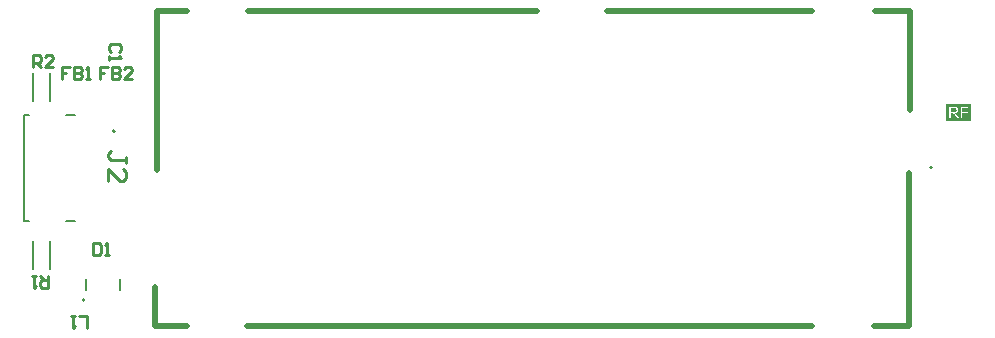
<source format=gto>
G04*
G04 #@! TF.GenerationSoftware,Altium Limited,Altium Designer,22.11.1 (43)*
G04*
G04 Layer_Color=65535*
%FSLAX25Y25*%
%MOIN*%
G70*
G04*
G04 #@! TF.SameCoordinates,6F2D09EA-FD7B-4BD8-B8BB-3870161F1110*
G04*
G04*
G04 #@! TF.FilePolarity,Positive*
G04*
G01*
G75*
%ADD10C,0.00787*%
%ADD11C,0.00591*%
%ADD12C,0.01968*%
%ADD13C,0.00500*%
%ADD14C,0.00600*%
%ADD15C,0.01000*%
G36*
X314480Y83340D02*
Y77500D01*
X306000D01*
Y83340D01*
X314480D01*
D02*
G37*
%LPC*%
G36*
X313480Y82340D02*
X310889D01*
Y78500D01*
X313480D01*
Y82340D01*
D02*
G37*
G36*
X308785D02*
X307000D01*
Y78500D01*
X310377D01*
D01*
X309711Y79546D01*
X309637Y79655D01*
X309561Y79755D01*
X309491Y79842D01*
X309457Y79879D01*
X309428Y79915D01*
X309398Y79949D01*
X309371Y79975D01*
X309348Y79998D01*
X309328Y80019D01*
X309314Y80035D01*
X309301Y80045D01*
X309294Y80052D01*
X309291Y80055D01*
X309248Y80092D01*
X309201Y80125D01*
X309148Y80158D01*
X309098Y80188D01*
X309055Y80212D01*
X309018Y80232D01*
X309005Y80238D01*
X308995Y80245D01*
X308988Y80248D01*
X308985D01*
X309085Y80265D01*
X309178Y80285D01*
X309264Y80308D01*
X309344Y80335D01*
X309418Y80361D01*
X309488Y80391D01*
X309547Y80421D01*
X309601Y80451D01*
X309647Y80481D01*
X309687Y80508D01*
X309724Y80535D01*
X309751Y80558D01*
X309774Y80575D01*
X309787Y80588D01*
X309797Y80598D01*
X309801Y80601D01*
X309847Y80655D01*
X309887Y80711D01*
X309924Y80771D01*
X309954Y80828D01*
X309980Y80888D01*
X310004Y80944D01*
X310020Y81001D01*
X310034Y81051D01*
X310044Y81101D01*
X310054Y81147D01*
X310060Y81187D01*
X310064Y81224D01*
X310067Y81251D01*
Y81274D01*
Y81287D01*
Y81291D01*
X310064Y81350D01*
X310060Y81407D01*
X310044Y81514D01*
X310017Y81613D01*
X310004Y81657D01*
X309987Y81697D01*
X309974Y81733D01*
X309957Y81767D01*
X309944Y81797D01*
X309934Y81820D01*
X309920Y81840D01*
X309914Y81853D01*
X309910Y81863D01*
X309907Y81867D01*
X309877Y81913D01*
X309844Y81956D01*
X309807Y82000D01*
X309774Y82037D01*
X309737Y82070D01*
X309701Y82100D01*
X309634Y82150D01*
X309574Y82186D01*
X309547Y82200D01*
X309524Y82213D01*
X309507Y82223D01*
X309494Y82230D01*
X309484Y82233D01*
X309481D01*
X309428Y82253D01*
X309371Y82270D01*
X309311Y82283D01*
X309248Y82296D01*
X309118Y82313D01*
X308991Y82326D01*
X308931Y82329D01*
X308878Y82333D01*
X308828Y82336D01*
X308785Y82340D01*
D02*
G37*
%LPD*%
G36*
X313480Y78500D02*
X311399D01*
Y80245D01*
X313200D01*
Y80698D01*
X311399D01*
Y81887D01*
X313480D01*
Y78500D01*
D02*
G37*
G36*
X308798Y81913D02*
X308872Y81910D01*
X308938Y81900D01*
X308998Y81890D01*
X309055Y81877D01*
X309105Y81860D01*
X309151Y81843D01*
X309194Y81830D01*
X309228Y81813D01*
X309261Y81797D01*
X309284Y81780D01*
X309308Y81767D01*
X309324Y81757D01*
X309334Y81747D01*
X309341Y81743D01*
X309344Y81740D01*
X309381Y81707D01*
X309411Y81670D01*
X309438Y81634D01*
X309461Y81597D01*
X309481Y81557D01*
X309494Y81520D01*
X309521Y81450D01*
X309534Y81387D01*
X309538Y81361D01*
X309541Y81337D01*
X309544Y81317D01*
Y81304D01*
Y81294D01*
Y81291D01*
X309541Y81221D01*
X309527Y81157D01*
X309511Y81101D01*
X309494Y81047D01*
X309474Y81004D01*
X309457Y80971D01*
X309451Y80961D01*
X309444Y80951D01*
X309441Y80948D01*
Y80944D01*
X309398Y80891D01*
X309351Y80841D01*
X309301Y80804D01*
X309251Y80771D01*
X309208Y80744D01*
X309174Y80728D01*
X309161Y80721D01*
X309151Y80718D01*
X309144Y80714D01*
X309141D01*
X309101Y80701D01*
X309061Y80691D01*
X308975Y80674D01*
X308885Y80661D01*
X308795Y80655D01*
X308755Y80651D01*
X308718Y80648D01*
X308685D01*
X308655Y80645D01*
X307509D01*
Y81917D01*
X308722D01*
X308798Y81913D01*
D02*
G37*
G36*
X308222Y80202D02*
X308272Y80198D01*
X308312Y80195D01*
X308342Y80192D01*
X308362Y80188D01*
X308375Y80185D01*
X308379D01*
X308422Y80172D01*
X308465Y80155D01*
X308502Y80138D01*
X308539Y80122D01*
X308565Y80105D01*
X308588Y80095D01*
X308605Y80085D01*
X308608Y80082D01*
X308652Y80052D01*
X308698Y80012D01*
X308742Y79969D01*
X308782Y79929D01*
X308818Y79889D01*
X308845Y79855D01*
X308855Y79842D01*
X308861Y79832D01*
X308868Y79829D01*
Y79825D01*
X308895Y79789D01*
X308925Y79749D01*
X308985Y79665D01*
X309048Y79579D01*
X309105Y79492D01*
X309131Y79456D01*
X309158Y79419D01*
X309178Y79386D01*
X309198Y79356D01*
X309214Y79333D01*
X309224Y79316D01*
X309231Y79303D01*
X309234Y79299D01*
X309741Y78500D01*
X307509D01*
Y80205D01*
X308166D01*
X308222Y80202D01*
D02*
G37*
D10*
X28941Y74193D02*
G03*
X28941Y74193I-394J0D01*
G01*
X301445Y62130D02*
G03*
X301445Y62130I-394J0D01*
G01*
D11*
X18799Y17961D02*
G03*
X18799Y17961I-295J0D01*
G01*
X30709Y21307D02*
Y24850D01*
X19291Y21307D02*
Y24850D01*
D12*
X73363Y114163D02*
X169818Y114317D01*
X293867Y81353D02*
Y114412D01*
X282436D02*
X293867D01*
X42852Y114329D02*
X52936D01*
X42852Y61353D02*
Y114329D01*
X293686Y9271D02*
Y60353D01*
X72936Y9353D02*
X261436D01*
X42436Y9339D02*
X52936D01*
X42436D02*
Y22353D01*
X281936Y9271D02*
X293686D01*
X192936Y114366D02*
X261436D01*
D13*
X12524Y44390D02*
X15535D01*
X-1177D02*
X476D01*
X-1177D02*
Y79587D01*
X476D01*
X12524D02*
X15535D01*
D14*
X1744Y28276D02*
Y37724D01*
X7256Y28276D02*
Y37724D01*
Y84276D02*
Y93724D01*
X1744Y84276D02*
Y93724D01*
D15*
X1668Y95552D02*
Y99550D01*
X3667D01*
X4334Y98884D01*
Y97551D01*
X3667Y96885D01*
X1668D01*
X3001D02*
X4334Y95552D01*
X8332D02*
X5666D01*
X8332Y98218D01*
Y98884D01*
X7666Y99550D01*
X6333D01*
X5666Y98884D01*
X6666Y25999D02*
Y22001D01*
X4666D01*
X4000Y22667D01*
Y24000D01*
X4666Y24667D01*
X6666D01*
X5333D02*
X4000Y25999D01*
X2667D02*
X1334D01*
X2001D01*
Y22001D01*
X2667Y22667D01*
X19666Y8501D02*
Y12499D01*
X17000D01*
X15667D02*
X14334D01*
X15001D01*
Y8501D01*
X15667Y9167D01*
X14001Y95499D02*
X11335D01*
Y93500D01*
X12668D01*
X11335D01*
Y91501D01*
X15334Y95499D02*
Y91501D01*
X17333D01*
X17999Y92167D01*
Y92834D01*
X17333Y93500D01*
X15334D01*
X17333D01*
X17999Y94166D01*
Y94833D01*
X17333Y95499D01*
X15334D01*
X19332Y91501D02*
X20665D01*
X19999D01*
Y95499D01*
X19332Y94833D01*
X26834Y95499D02*
X24168D01*
Y93500D01*
X25501D01*
X24168D01*
Y91501D01*
X28167Y95499D02*
Y91501D01*
X30166D01*
X30833Y92167D01*
Y92834D01*
X30166Y93500D01*
X28167D01*
X30166D01*
X30833Y94166D01*
Y94833D01*
X30166Y95499D01*
X28167D01*
X34832Y91501D02*
X32166D01*
X34832Y94166D01*
Y94833D01*
X34165Y95499D01*
X32832D01*
X32166Y94833D01*
X21834Y36999D02*
Y33001D01*
X23833D01*
X24500Y33667D01*
Y36333D01*
X23833Y36999D01*
X21834D01*
X25833Y33001D02*
X27166D01*
X26499D01*
Y36999D01*
X25833Y36333D01*
X30483Y100734D02*
X31150Y101401D01*
Y102734D01*
X30483Y103400D01*
X27818D01*
X27151Y102734D01*
Y101401D01*
X27818Y100734D01*
X27151Y99401D02*
Y98068D01*
Y98735D01*
X31150D01*
X30483Y99401D01*
X32535Y63504D02*
Y65503D01*
Y64503D01*
X27536D01*
X26536Y65503D01*
Y66503D01*
X27536Y67502D01*
X26536Y57506D02*
Y61504D01*
X30535Y57506D01*
X31535D01*
X32535Y58505D01*
Y60505D01*
X31535Y61504D01*
M02*

</source>
